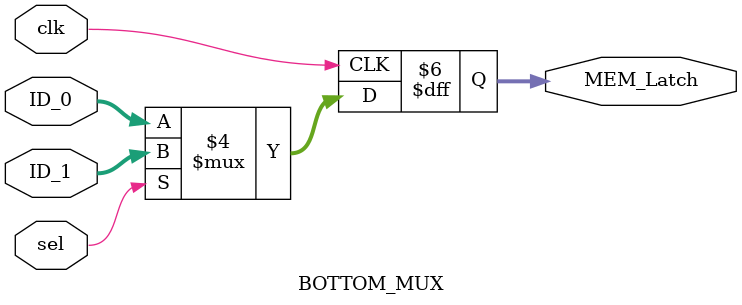
<source format=v>


module BOTTOM_MUX(
        output reg [4:0] MEM_Latch,
        input [4:0] ID_0,
        input [4:0] ID_1,
        input sel,
        input clk
    );
    
    always @(posedge clk)
        begin
            if(sel == 0)
                MEM_Latch <= ID_0;
            else
                MEM_Latch <= ID_1;
        end
endmodule

</source>
